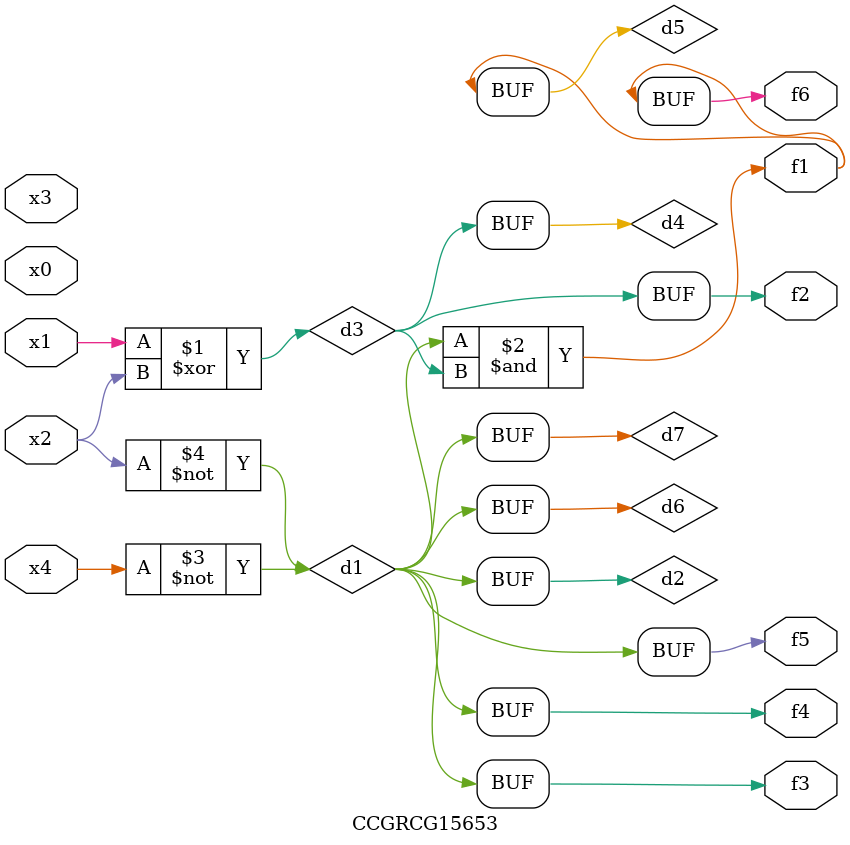
<source format=v>
module CCGRCG15653(
	input x0, x1, x2, x3, x4,
	output f1, f2, f3, f4, f5, f6
);

	wire d1, d2, d3, d4, d5, d6, d7;

	not (d1, x4);
	not (d2, x2);
	xor (d3, x1, x2);
	buf (d4, d3);
	and (d5, d1, d3);
	buf (d6, d1, d2);
	buf (d7, d2);
	assign f1 = d5;
	assign f2 = d4;
	assign f3 = d7;
	assign f4 = d7;
	assign f5 = d7;
	assign f6 = d5;
endmodule

</source>
